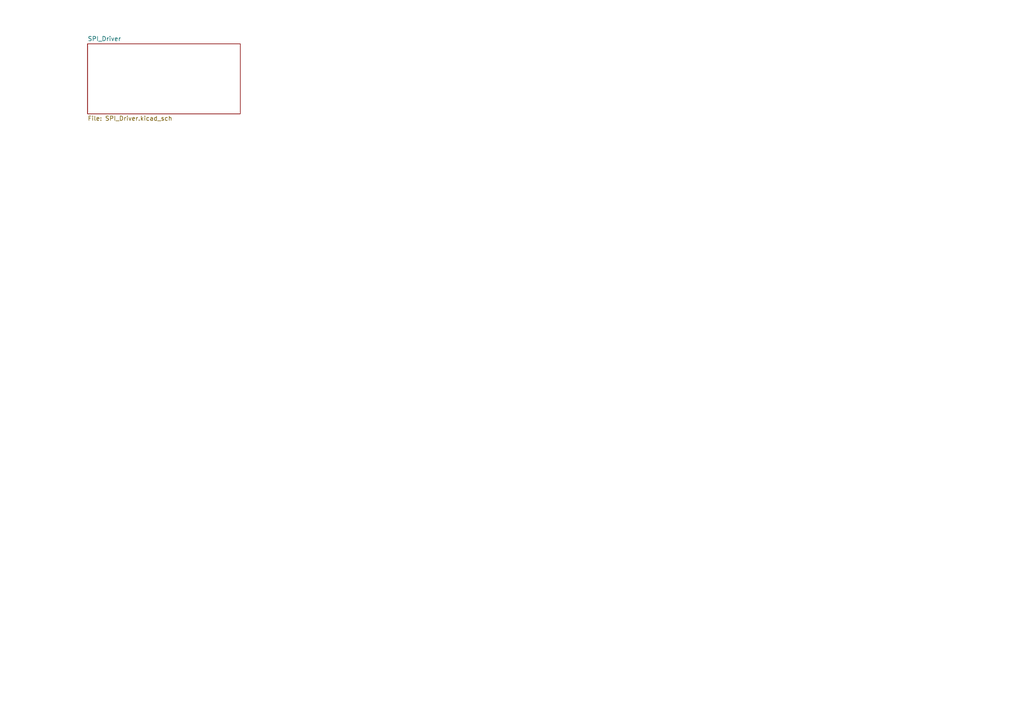
<source format=kicad_sch>
(kicad_sch
	(version 20250114)
	(generator "circuit_synth")
	(generator_version "0.8.36")
	(uuid "103f0851-195b-45c6-93f7-3826bd7b6abb")
	(paper "A4")
	(title_block
		(title "spi_subcircuit")
	)
	(lib_symbols)
	(sheet
		(at 25.4 12.7)
		(size 44.29 20.32)
		(exclude_from_sim no)
		(in_bom yes)
		(on_board yes)
		(dnp no)
		(fields_autoplaced yes)
		(stroke
			(width 0.1524)
			(type solid)
		)
		(fill
			(color 0 0 0 0.0000)
		)
		(uuid "dfc6c1ee-1690-4c34-a4d1-090f8ca07422")
		(property "Sheetname" "SPI_Driver"
			(at 25.4 11.9884 0)
			(effects
				(font
					(size 1.27 1.27)
				)
				(justify left bottom)
			)
		)
		(property "Sheetfile" "SPI_Driver.kicad_sch"
			(at 25.4 33.6046 0)
			(effects
				(font
					(size 1.27 1.27)
				)
				(justify left top)
			)
		)
		(instances
			(project "spi_subcircuit"
				(path "/103f0851-195b-45c6-93f7-3826bd7b6abb"
					(page "2")
				)
			)
		)
	)
	(sheet_instances
		(path "/"
			(page "1")
		)
	)
	(embedded_fonts no)
)

</source>
